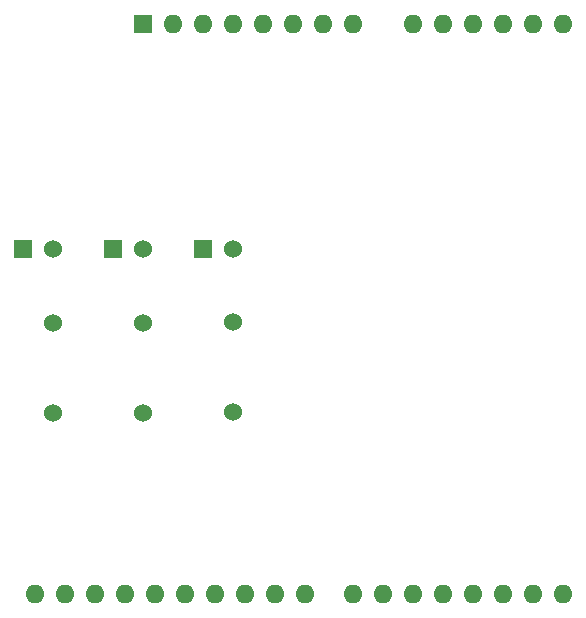
<source format=gbr>
%TF.GenerationSoftware,KiCad,Pcbnew,(6.0.7)*%
%TF.CreationDate,2022-08-16T17:28:00+09:00*%
%TF.ProjectId,uno_shield_1,756e6f5f-7368-4696-956c-645f312e6b69,rev?*%
%TF.SameCoordinates,Original*%
%TF.FileFunction,Soldermask,Bot*%
%TF.FilePolarity,Negative*%
%FSLAX46Y46*%
G04 Gerber Fmt 4.6, Leading zero omitted, Abs format (unit mm)*
G04 Created by KiCad (PCBNEW (6.0.7)) date 2022-08-16 17:28:00*
%MOMM*%
%LPD*%
G01*
G04 APERTURE LIST*
%ADD10R,1.524000X1.524000*%
%ADD11C,1.524000*%
%ADD12R,1.600000X1.600000*%
%ADD13O,1.600000X1.600000*%
G04 APERTURE END LIST*
D10*
%TO.C,D2*%
X139700000Y-76200000D03*
D11*
X142240000Y-76200000D03*
%TD*%
%TO.C,R2*%
X142240000Y-90110000D03*
X142240000Y-82490000D03*
%TD*%
%TO.C,R1*%
X134620000Y-90110000D03*
X134620000Y-82490000D03*
%TD*%
D10*
%TO.C,D1*%
X132080000Y-76200000D03*
D11*
X134620000Y-76200000D03*
%TD*%
D12*
%TO.C,A1*%
X142240000Y-57150000D03*
D13*
X144780000Y-57150000D03*
X147320000Y-57150000D03*
X149860000Y-57150000D03*
X152400000Y-57150000D03*
X154940000Y-57150000D03*
X157480000Y-57150000D03*
X160020000Y-57150000D03*
X165100000Y-57150000D03*
X167640000Y-57150000D03*
X170180000Y-57150000D03*
X172720000Y-57150000D03*
X175260000Y-57150000D03*
X177800000Y-57150000D03*
X177800000Y-105410000D03*
X175260000Y-105410000D03*
X172720000Y-105410000D03*
X170180000Y-105410000D03*
X167640000Y-105410000D03*
X165100000Y-105410000D03*
X162560000Y-105410000D03*
X160020000Y-105410000D03*
X155960000Y-105410000D03*
X153420000Y-105410000D03*
X150880000Y-105410000D03*
X148340000Y-105410000D03*
X145800000Y-105410000D03*
X143260000Y-105410000D03*
X140720000Y-105410000D03*
X138180000Y-105410000D03*
X135640000Y-105410000D03*
X133100000Y-105410000D03*
%TD*%
D11*
%TO.C,R3*%
X149860000Y-90010000D03*
X149860000Y-82390000D03*
%TD*%
D10*
%TO.C,D3*%
X147320000Y-76200000D03*
D11*
X149860000Y-76200000D03*
%TD*%
M02*

</source>
